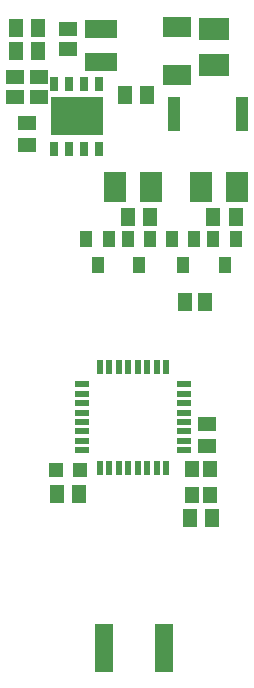
<source format=gbp>
G75*
G70*
%OFA0B0*%
%FSLAX24Y24*%
%IPPOS*%
%LPD*%
%AMOC8*
5,1,8,0,0,1.08239X$1,22.5*
%
%ADD10R,0.0512X0.0591*%
%ADD11R,0.0276X0.0512*%
%ADD12R,0.1750X0.1250*%
%ADD13R,0.0591X0.0512*%
%ADD14R,0.0394X0.1181*%
%ADD15R,0.0945X0.0709*%
%ADD16R,0.0984X0.0768*%
%ADD17R,0.1063X0.0630*%
%ADD18R,0.0500X0.0220*%
%ADD19R,0.0220X0.0500*%
%ADD20R,0.0472X0.0551*%
%ADD21R,0.0394X0.0551*%
%ADD22R,0.0768X0.0984*%
%ADD23R,0.0600X0.1600*%
%ADD24R,0.0472X0.0512*%
D10*
X037757Y006853D03*
X038506Y006853D03*
X042187Y006066D03*
X042935Y006066D03*
X042698Y013251D03*
X042029Y013251D03*
X042974Y016105D03*
X043722Y016105D03*
X040868Y016105D03*
X040120Y016105D03*
X040021Y020140D03*
X040769Y020140D03*
X037128Y021617D03*
X036380Y021617D03*
X036380Y022404D03*
X037128Y022404D03*
D11*
X037677Y020534D03*
X038177Y020534D03*
X038677Y020534D03*
X039177Y020534D03*
X039177Y018369D03*
X038677Y018369D03*
X038177Y018369D03*
X037677Y018369D03*
D12*
X038427Y019451D03*
D13*
X036754Y018487D03*
X036754Y019235D03*
X037147Y020101D03*
X037147Y020770D03*
X036360Y020770D03*
X036360Y020101D03*
X038131Y021676D03*
X038131Y022345D03*
X042757Y009195D03*
X042757Y008447D03*
D14*
X041659Y019522D03*
X043943Y019522D03*
D15*
X041773Y020819D03*
X041773Y022414D03*
D16*
X043007Y022351D03*
X043007Y021150D03*
D17*
X039214Y021262D03*
X039214Y022365D03*
D18*
X038607Y010514D03*
X038607Y010199D03*
X038607Y009884D03*
X038607Y009569D03*
X038607Y009254D03*
X038607Y008940D03*
X038607Y008625D03*
X038607Y008310D03*
X041987Y008310D03*
X041987Y008625D03*
X041987Y008940D03*
X041987Y009254D03*
X041987Y009569D03*
X041987Y009884D03*
X041987Y010199D03*
X041987Y010514D03*
D19*
X041399Y011102D03*
X041084Y011102D03*
X040769Y011102D03*
X040454Y011102D03*
X040139Y011102D03*
X039824Y011102D03*
X039509Y011102D03*
X039194Y011102D03*
X039194Y007722D03*
X039509Y007722D03*
X039824Y007722D03*
X040139Y007722D03*
X040454Y007722D03*
X040769Y007722D03*
X041084Y007722D03*
X041399Y007722D03*
D20*
X042246Y007680D03*
X042876Y007680D03*
X042876Y006814D03*
X042246Y006814D03*
D21*
X041970Y014491D03*
X041596Y015357D03*
X040868Y015357D03*
X040120Y015357D03*
X039490Y015357D03*
X038742Y015357D03*
X039116Y014491D03*
X040494Y014491D03*
X042344Y015357D03*
X042974Y015357D03*
X043722Y015357D03*
X043348Y014491D03*
D22*
X043752Y017089D03*
X042551Y017089D03*
X040897Y017089D03*
X039696Y017089D03*
D23*
X039313Y001735D03*
X041313Y001735D03*
D24*
X038531Y007640D03*
X037731Y007640D03*
M02*

</source>
